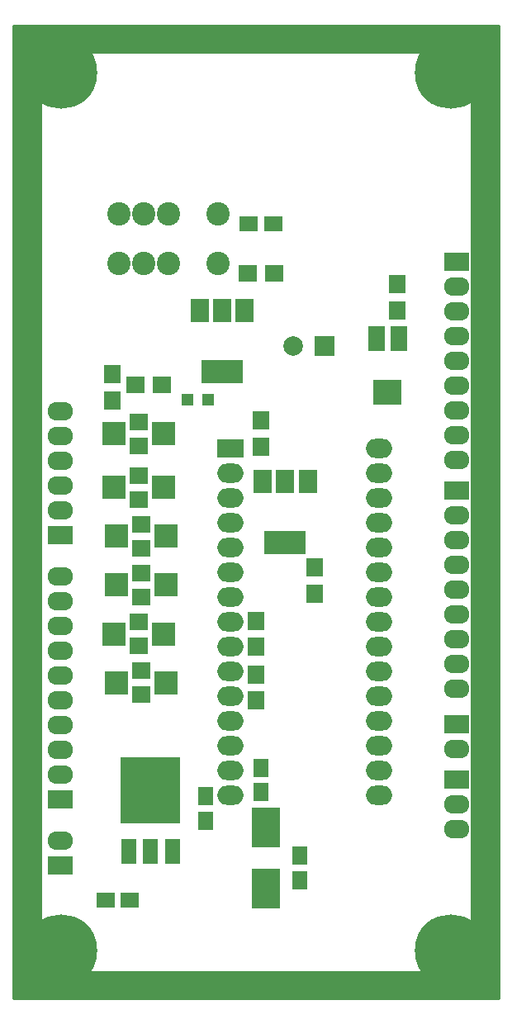
<source format=gts>
G04 #@! TF.FileFunction,Soldermask,Top*
%FSLAX46Y46*%
G04 Gerber Fmt 4.6, Leading zero omitted, Abs format (unit mm)*
G04 Created by KiCad (PCBNEW 4.0.7) date 12/01/17 09:31:09*
%MOMM*%
%LPD*%
G01*
G04 APERTURE LIST*
%ADD10C,0.100000*%
%ADD11R,2.597100X1.924000*%
%ADD12O,2.597100X1.924000*%
%ADD13R,2.400000X2.400000*%
%ADD14R,1.900000X1.700000*%
%ADD15C,2.400000*%
%ADD16R,2.686000X1.974800*%
%ADD17O,2.686000X1.974800*%
%ADD18R,2.000000X2.000000*%
%ADD19C,2.000000*%
%ADD20R,1.900000X1.650000*%
%ADD21R,2.900000X4.150000*%
%ADD22R,1.650000X1.900000*%
%ADD23R,1.200000X1.300000*%
%ADD24R,4.200000X2.400000*%
%ADD25R,1.900000X2.400000*%
%ADD26R,1.700000X1.900000*%
%ADD27R,2.900000X2.600000*%
%ADD28R,1.700000X2.600000*%
%ADD29C,7.400000*%
%ADD30R,1.600000X2.600000*%
%ADD31R,6.200000X6.800000*%
%ADD32C,0.254000*%
G04 APERTURE END LIST*
D10*
D11*
X164923800Y-121270000D03*
D12*
X164923800Y-118730000D03*
D13*
X170710000Y-87500000D03*
X175790000Y-87500000D03*
D14*
X173250000Y-86300000D03*
X173250000Y-88700000D03*
D15*
X181080000Y-54460000D03*
X181080000Y-59540000D03*
X176000000Y-54460000D03*
X176000000Y-59540000D03*
X173460000Y-54460000D03*
X170920000Y-54460000D03*
X170920000Y-59540000D03*
X173460000Y-59540000D03*
D16*
X182380000Y-78450000D03*
D17*
X182380000Y-80990000D03*
X182380000Y-83530000D03*
X182380000Y-86070000D03*
X182380000Y-88610000D03*
X182380000Y-91150000D03*
X182380000Y-93690000D03*
X182380000Y-96230000D03*
X182380000Y-98770000D03*
X182380000Y-101310000D03*
X182380000Y-103850000D03*
X182380000Y-106390000D03*
X182380000Y-108930000D03*
X182380000Y-111470000D03*
X182380000Y-114010000D03*
X197620000Y-114010000D03*
X197620000Y-111470000D03*
X197620000Y-108930000D03*
X197620000Y-106390000D03*
X197620000Y-103850000D03*
X197620000Y-101310000D03*
X197620000Y-98770000D03*
X197620000Y-96230000D03*
X197620000Y-93690000D03*
X197620000Y-91150000D03*
X197620000Y-88610000D03*
X197620000Y-86070000D03*
X197620000Y-83530000D03*
X197620000Y-80990000D03*
X197620000Y-78450000D03*
D12*
X205576200Y-77120000D03*
X205576200Y-74580000D03*
X205576200Y-69500000D03*
X205576200Y-66960000D03*
X205576200Y-64420000D03*
X205576200Y-79660000D03*
X205576200Y-72040000D03*
D11*
X205576200Y-59340000D03*
D12*
X205576200Y-61880000D03*
D18*
X192000000Y-68000000D03*
D19*
X188800000Y-68000000D03*
D20*
X172050000Y-124800000D03*
X169550000Y-124800000D03*
D21*
X186000000Y-123625000D03*
X186000000Y-117375000D03*
D22*
X189500000Y-122750000D03*
X189500000Y-120250000D03*
X179800000Y-114150000D03*
X179800000Y-116650000D03*
X185500000Y-113750000D03*
X185500000Y-111250000D03*
D20*
X184250000Y-55500000D03*
X186750000Y-55500000D03*
D23*
X177950000Y-73500000D03*
X180050000Y-73500000D03*
D12*
X164923800Y-79730000D03*
X164923800Y-82270000D03*
X164923800Y-74650000D03*
X164923800Y-77190000D03*
D11*
X164923800Y-87350000D03*
D12*
X164923800Y-84810000D03*
X164923800Y-94110000D03*
X164923800Y-96650000D03*
X164923800Y-99190000D03*
X164923800Y-104270000D03*
X164923800Y-106810000D03*
X164923800Y-109350000D03*
X164923800Y-91570000D03*
X164923800Y-101730000D03*
D11*
X164923800Y-114430000D03*
D12*
X164923800Y-111890000D03*
D11*
X205576200Y-106730000D03*
D12*
X205576200Y-109270000D03*
X205576200Y-117540000D03*
D11*
X205576200Y-112460000D03*
D12*
X205576200Y-115000000D03*
X205576200Y-100620000D03*
X205576200Y-98080000D03*
X205576200Y-93000000D03*
X205576200Y-90460000D03*
X205576200Y-87920000D03*
X205576200Y-103160000D03*
X205576200Y-95540000D03*
D11*
X205576200Y-82840000D03*
D12*
X205576200Y-85380000D03*
D24*
X181500000Y-70650000D03*
D25*
X181500000Y-64350000D03*
X179200000Y-64350000D03*
X183800000Y-64350000D03*
D26*
X170250000Y-73600000D03*
X170250000Y-70900000D03*
X185000000Y-98850000D03*
X185000000Y-96150000D03*
X185000000Y-101650000D03*
X185000000Y-104350000D03*
D14*
X172650000Y-72000000D03*
X175350000Y-72000000D03*
D26*
X185500000Y-75650000D03*
X185500000Y-78350000D03*
X191000000Y-90650000D03*
X191000000Y-93350000D03*
D14*
X184150000Y-60500000D03*
X186850000Y-60500000D03*
D26*
X199500000Y-61650000D03*
X199500000Y-64350000D03*
D27*
X198500000Y-72750000D03*
D28*
X197350000Y-67250000D03*
X199650000Y-67250000D03*
D24*
X188000000Y-88150000D03*
D25*
X188000000Y-81850000D03*
X185700000Y-81850000D03*
X190300000Y-81850000D03*
D29*
X165000000Y-40000000D03*
X205000000Y-40000000D03*
X165000000Y-130000000D03*
X205000000Y-130000000D03*
D13*
X170460000Y-77000000D03*
X175540000Y-77000000D03*
D14*
X173000000Y-75800000D03*
X173000000Y-78200000D03*
D13*
X170710000Y-102500000D03*
X175790000Y-102500000D03*
D14*
X173250000Y-101300000D03*
X173250000Y-103700000D03*
D13*
X170460000Y-97500000D03*
X175540000Y-97500000D03*
D14*
X173000000Y-96300000D03*
X173000000Y-98700000D03*
D13*
X170710000Y-92500000D03*
X175790000Y-92500000D03*
D14*
X173250000Y-91300000D03*
X173250000Y-93700000D03*
D13*
X170460000Y-82500000D03*
X175540000Y-82500000D03*
D14*
X173000000Y-81300000D03*
X173000000Y-83700000D03*
D30*
X171920000Y-119800000D03*
X174200000Y-119800000D03*
X176480000Y-119800000D03*
D31*
X174200000Y-113500000D03*
D32*
G36*
X209873000Y-134873000D02*
X160127000Y-134873000D01*
X160127000Y-38000000D01*
X162873000Y-38000000D01*
X162873000Y-132000000D01*
X162883006Y-132049410D01*
X162911447Y-132091035D01*
X162953841Y-132118315D01*
X163000000Y-132127000D01*
X207000000Y-132127000D01*
X207049410Y-132116994D01*
X207091035Y-132088553D01*
X207118315Y-132046159D01*
X207127000Y-132000000D01*
X207127000Y-38000000D01*
X207116994Y-37950590D01*
X207088553Y-37908965D01*
X207046159Y-37881685D01*
X207000000Y-37873000D01*
X163000000Y-37873000D01*
X162950590Y-37883006D01*
X162908965Y-37911447D01*
X162881685Y-37953841D01*
X162873000Y-38000000D01*
X160127000Y-38000000D01*
X160127000Y-35127000D01*
X209873000Y-35127000D01*
X209873000Y-134873000D01*
X209873000Y-134873000D01*
G37*
X209873000Y-134873000D02*
X160127000Y-134873000D01*
X160127000Y-38000000D01*
X162873000Y-38000000D01*
X162873000Y-132000000D01*
X162883006Y-132049410D01*
X162911447Y-132091035D01*
X162953841Y-132118315D01*
X163000000Y-132127000D01*
X207000000Y-132127000D01*
X207049410Y-132116994D01*
X207091035Y-132088553D01*
X207118315Y-132046159D01*
X207127000Y-132000000D01*
X207127000Y-38000000D01*
X207116994Y-37950590D01*
X207088553Y-37908965D01*
X207046159Y-37881685D01*
X207000000Y-37873000D01*
X163000000Y-37873000D01*
X162950590Y-37883006D01*
X162908965Y-37911447D01*
X162881685Y-37953841D01*
X162873000Y-38000000D01*
X160127000Y-38000000D01*
X160127000Y-35127000D01*
X209873000Y-35127000D01*
X209873000Y-134873000D01*
M02*

</source>
